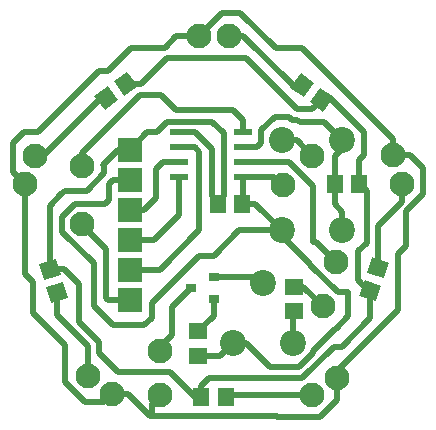
<source format=gbr>
G04 #@! TF.FileFunction,Copper,L2,Bot,Signal*
%FSLAX46Y46*%
G04 Gerber Fmt 4.6, Leading zero omitted, Abs format (unit mm)*
G04 Created by KiCad (PCBNEW 4.0.7) date Friday, July 23, 2021 'PMt' 11:18:56 PM*
%MOMM*%
%LPD*%
G01*
G04 APERTURE LIST*
%ADD10C,0.100000*%
%ADD11C,2.100000*%
%ADD12R,2.100000X2.100000*%
%ADD13R,0.900000X0.800000*%
%ADD14R,1.400000X1.500000*%
%ADD15R,1.500000X1.400000*%
%ADD16C,2.200000*%
%ADD17R,1.550000X0.600000*%
%ADD18C,0.500000*%
%ADD19C,1.000000*%
G04 APERTURE END LIST*
D10*
D11*
X30777452Y-54296487D03*
X28722548Y-52803513D03*
X54507548Y-34092158D03*
X55292452Y-36507842D03*
X49777452Y-52953513D03*
X47722548Y-54446487D03*
X23407548Y-36557842D03*
X24192452Y-34142158D03*
X38130000Y-24000000D03*
X40670000Y-24000000D03*
D12*
X32250000Y-43810000D03*
X32250000Y-36190000D03*
X32250000Y-38730000D03*
X32250000Y-33650000D03*
X32250000Y-41270000D03*
X32250000Y-46350000D03*
D13*
X39400000Y-44400000D03*
X39400000Y-46300000D03*
X37400000Y-45350000D03*
D14*
X51675000Y-36500000D03*
X49625000Y-36500000D03*
D15*
X46150000Y-47275000D03*
X46150000Y-45225000D03*
D10*
G36*
X26412862Y-44209144D02*
X24986278Y-44672669D01*
X24553654Y-43341190D01*
X25980238Y-42877665D01*
X26412862Y-44209144D01*
X26412862Y-44209144D01*
G37*
G36*
X27046346Y-46158810D02*
X25619762Y-46622335D01*
X25187138Y-45290856D01*
X26613722Y-44827331D01*
X27046346Y-46158810D01*
X27046346Y-46158810D01*
G37*
G36*
X52136278Y-44677331D02*
X53562862Y-45140856D01*
X53130238Y-46472335D01*
X51703654Y-46008810D01*
X52136278Y-44677331D01*
X52136278Y-44677331D01*
G37*
G36*
X52769762Y-42727665D02*
X54196346Y-43191190D01*
X53763722Y-44522669D01*
X52337138Y-44059144D01*
X52769762Y-42727665D01*
X52769762Y-42727665D01*
G37*
D14*
X38325000Y-54600000D03*
X40375000Y-54600000D03*
D15*
X38050000Y-49025000D03*
X38050000Y-51075000D03*
D10*
G36*
X31803769Y-29065732D02*
X30922091Y-27852207D01*
X32054715Y-27029308D01*
X32936393Y-28242833D01*
X31803769Y-29065732D01*
X31803769Y-29065732D01*
G37*
G36*
X30145285Y-30270692D02*
X29263607Y-29057167D01*
X30396231Y-28234268D01*
X31277909Y-29447793D01*
X30145285Y-30270692D01*
X30145285Y-30270692D01*
G37*
G36*
X47522091Y-29597793D02*
X48403769Y-28384268D01*
X49536393Y-29207167D01*
X48654715Y-30420692D01*
X47522091Y-29597793D01*
X47522091Y-29597793D01*
G37*
G36*
X45863607Y-28392833D02*
X46745285Y-27179308D01*
X47877909Y-28002207D01*
X46996231Y-29215732D01*
X45863607Y-28392833D01*
X45863607Y-28392833D01*
G37*
D16*
X46090000Y-50000000D03*
X41010000Y-50000000D03*
X43550000Y-44920000D03*
X50240000Y-40460000D03*
X45160000Y-40460000D03*
X45160000Y-32840000D03*
X50240000Y-32840000D03*
D17*
X41850000Y-32145000D03*
X41850000Y-33415000D03*
X41850000Y-34685000D03*
X41850000Y-35955000D03*
X36450000Y-35955000D03*
X36450000Y-34685000D03*
X36450000Y-33415000D03*
X36450000Y-32145000D03*
D14*
X39725000Y-38200000D03*
X41775000Y-38200000D03*
D11*
X34800000Y-50650000D03*
X34850000Y-54400000D03*
X45200000Y-36650000D03*
X47700000Y-34150000D03*
X28200000Y-35050000D03*
X28200000Y-39900000D03*
X49750000Y-43150000D03*
X48600000Y-46900000D03*
D18*
X34800000Y-50650000D02*
X34800000Y-50300000D01*
X35800000Y-46950000D02*
X37400000Y-45350000D01*
X35800000Y-49300000D02*
X35800000Y-46950000D01*
X34800000Y-50300000D02*
X35800000Y-49300000D01*
X37400000Y-45350000D02*
X37400000Y-45400000D01*
X34100000Y-56200000D02*
X34100000Y-55150000D01*
X34100000Y-55150000D02*
X34850000Y-54400000D01*
X54507548Y-34092158D02*
X54507548Y-32757548D01*
X40080000Y-22050000D02*
X38130000Y-24000000D01*
X41600000Y-22050000D02*
X40080000Y-22050000D01*
X44600000Y-25050000D02*
X41600000Y-22050000D01*
X46800000Y-25050000D02*
X44600000Y-25050000D01*
X54507548Y-32757548D02*
X46800000Y-25050000D01*
X49777452Y-52953513D02*
X49777452Y-52372548D01*
X49777452Y-52372548D02*
X54950000Y-47200000D01*
X55992158Y-34092158D02*
X54507548Y-34092158D01*
X57100000Y-35200000D02*
X55992158Y-34092158D01*
X57100000Y-37400000D02*
X57100000Y-35200000D01*
X55650000Y-38850000D02*
X57100000Y-37400000D01*
X55650000Y-41800000D02*
X55650000Y-38850000D01*
X54950000Y-42500000D02*
X55650000Y-41800000D01*
X54950000Y-47200000D02*
X54950000Y-42500000D01*
X30777452Y-54296487D02*
X32096487Y-54296487D01*
X49777452Y-54822548D02*
X49777452Y-52953513D01*
X48350000Y-56250000D02*
X49777452Y-54822548D01*
X44750000Y-56250000D02*
X48350000Y-56250000D01*
X44700000Y-56200000D02*
X44750000Y-56250000D01*
X34000000Y-56200000D02*
X34100000Y-56200000D01*
X34100000Y-56200000D02*
X44700000Y-56200000D01*
X32096487Y-54296487D02*
X34000000Y-56200000D01*
X23407548Y-36557842D02*
X23407548Y-44157548D01*
X28450000Y-55000000D02*
X30073939Y-55000000D01*
X26750000Y-53300000D02*
X28450000Y-55000000D01*
X26750000Y-50150000D02*
X26750000Y-53300000D01*
X24100000Y-47500000D02*
X26750000Y-50150000D01*
X24100000Y-44850000D02*
X24100000Y-47500000D01*
X23407548Y-44157548D02*
X24100000Y-44850000D01*
X30073939Y-55000000D02*
X30777452Y-54296487D01*
X38130000Y-24000000D02*
X36200000Y-24000000D01*
X36200000Y-24000000D02*
X35200000Y-25000000D01*
X35200000Y-25000000D02*
X32400000Y-25000000D01*
X32400000Y-25000000D02*
X30400000Y-27000000D01*
X30400000Y-27000000D02*
X29650000Y-27000000D01*
X29650000Y-27000000D02*
X24500000Y-32150000D01*
X24500000Y-32150000D02*
X23300000Y-32150000D01*
X23300000Y-32150000D02*
X22400000Y-33050000D01*
X22400000Y-33050000D02*
X22400000Y-35550294D01*
X22400000Y-35550294D02*
X23407548Y-36557842D01*
D19*
X49777452Y-52953513D02*
X49777452Y-53127452D01*
X49777452Y-52953513D02*
X49777452Y-52872548D01*
D18*
X28722548Y-52803513D02*
X28722548Y-50222548D01*
X26116742Y-47616742D02*
X26116742Y-45724833D01*
X28722548Y-50222548D02*
X26116742Y-47616742D01*
X55292452Y-36507842D02*
X55292452Y-38057548D01*
X53266742Y-40083258D02*
X53266742Y-43625167D01*
X55292452Y-38057548D02*
X53266742Y-40083258D01*
X47722548Y-54446487D02*
X40528513Y-54446487D01*
X40528513Y-54446487D02*
X40375000Y-54600000D01*
X24192452Y-34142158D02*
X24907842Y-34142158D01*
X24907842Y-34142158D02*
X29797520Y-29252480D01*
X29797520Y-29252480D02*
X30270758Y-29252480D01*
X40670000Y-24000000D02*
X41850000Y-24000000D01*
X41850000Y-24000000D02*
X46047520Y-28197520D01*
X46047520Y-28197520D02*
X46870758Y-28197520D01*
X36450000Y-33415000D02*
X37765000Y-33415000D01*
X34790000Y-43810000D02*
X32250000Y-43810000D01*
X38150000Y-40450000D02*
X34790000Y-43810000D01*
X38150000Y-33800000D02*
X38150000Y-40450000D01*
X37765000Y-33415000D02*
X38150000Y-33800000D01*
X45160000Y-32840000D02*
X46390000Y-32840000D01*
X44505000Y-35955000D02*
X41850000Y-35955000D01*
X45200000Y-36650000D02*
X44505000Y-35955000D01*
X46390000Y-32840000D02*
X47700000Y-34150000D01*
X47525000Y-43375000D02*
X47525000Y-43325000D01*
X47525000Y-43325000D02*
X45160000Y-40960000D01*
X45160000Y-40960000D02*
X45160000Y-40460000D01*
X47750000Y-50650000D02*
X49600000Y-48800000D01*
X49600000Y-48800000D02*
X49700000Y-48800000D01*
X49700000Y-48800000D02*
X50750000Y-47750000D01*
X50750000Y-47750000D02*
X50750000Y-46650000D01*
X44150000Y-52050000D02*
X42100000Y-50000000D01*
X46550000Y-52050000D02*
X47750000Y-50850000D01*
X44150000Y-52050000D02*
X46550000Y-52050000D01*
X47750000Y-50850000D02*
X47750000Y-50650000D01*
X50750000Y-46650000D02*
X50750000Y-45700000D01*
X49850000Y-45700000D02*
X50750000Y-45700000D01*
X47500000Y-43350000D02*
X47525000Y-43375000D01*
X47525000Y-43375000D02*
X49850000Y-45700000D01*
X32250000Y-36190000D02*
X30860000Y-36190000D01*
X41490000Y-40460000D02*
X39350000Y-42600000D01*
X39350000Y-42600000D02*
X38100000Y-42600000D01*
X38100000Y-42600000D02*
X34099998Y-46600002D01*
X34099998Y-46600002D02*
X34099998Y-47900002D01*
X34099998Y-47900002D02*
X33500000Y-48500000D01*
X33500000Y-48500000D02*
X30850000Y-48500000D01*
X30850000Y-48500000D02*
X29200000Y-46850000D01*
X41490000Y-40460000D02*
X45160000Y-40460000D01*
X29200000Y-43250000D02*
X29200000Y-46850000D01*
X26550000Y-40600000D02*
X29200000Y-43250000D01*
X26550000Y-39300000D02*
X26550000Y-40600000D01*
X27650000Y-38200000D02*
X26550000Y-39300000D01*
X30200000Y-38200000D02*
X27650000Y-38200000D01*
X30500000Y-37900000D02*
X30200000Y-38200000D01*
X30500000Y-36550000D02*
X30500000Y-37900000D01*
X30860000Y-36190000D02*
X30500000Y-36550000D01*
X41010000Y-50000000D02*
X42100000Y-50000000D01*
X38050000Y-51075000D02*
X39935000Y-51075000D01*
X39935000Y-51075000D02*
X41010000Y-50000000D01*
X41775000Y-38200000D02*
X42900000Y-38200000D01*
X42900000Y-38200000D02*
X45160000Y-40460000D01*
X41850000Y-35955000D02*
X41850000Y-38125000D01*
X41850000Y-38125000D02*
X41775000Y-38200000D01*
X32250000Y-38730000D02*
X33470000Y-38730000D01*
X35065000Y-34685000D02*
X36450000Y-34685000D01*
X34450000Y-35300000D02*
X35065000Y-34685000D01*
X34450000Y-37750000D02*
X34450000Y-35300000D01*
X33470000Y-38730000D02*
X34450000Y-37750000D01*
X26450000Y-37400000D02*
X26750000Y-37100000D01*
X25483258Y-43775167D02*
X25483258Y-38366742D01*
X26450000Y-37400000D02*
X25483258Y-38366742D01*
X30100000Y-35650000D02*
X30100000Y-34850000D01*
X28650000Y-37100000D02*
X30100000Y-35650000D01*
X26750000Y-37100000D02*
X28650000Y-37100000D01*
X32250000Y-33650000D02*
X31300000Y-33650000D01*
X31300000Y-33650000D02*
X30100000Y-34850000D01*
X30100000Y-34850000D02*
X30000000Y-34950000D01*
X33750000Y-32150000D02*
X34550000Y-32150000D01*
X40200000Y-32200000D02*
X40200000Y-37550000D01*
X39250000Y-31250000D02*
X40200000Y-32200000D01*
X35450000Y-31250000D02*
X39250000Y-31250000D01*
X34550000Y-32150000D02*
X35450000Y-31250000D01*
X40200000Y-37550000D02*
X39725000Y-38200000D01*
X31929242Y-28047520D02*
X32447520Y-28047520D01*
X33755000Y-32145000D02*
X33750000Y-32150000D01*
X33750000Y-32150000D02*
X32250000Y-33650000D01*
X39725000Y-38200000D02*
X39725000Y-38025000D01*
X39725000Y-38025000D02*
X39250000Y-37550000D01*
X39250000Y-37550000D02*
X39250000Y-33600000D01*
X39250000Y-33600000D02*
X37795000Y-32145000D01*
X37795000Y-32145000D02*
X36450000Y-32145000D01*
X39725000Y-38025000D02*
X40200000Y-37550000D01*
X32250000Y-33650000D02*
X32950000Y-33650000D01*
X51675000Y-36500000D02*
X51675000Y-34525000D01*
X51675000Y-34525000D02*
X52100000Y-34100000D01*
X52300000Y-38500000D02*
X52300000Y-37125000D01*
X52300000Y-37125000D02*
X51675000Y-36500000D01*
X31700000Y-52450000D02*
X35650000Y-52450000D01*
X26725167Y-43775167D02*
X27950000Y-45000000D01*
X27950000Y-45000000D02*
X27950000Y-48250000D01*
X27950000Y-48250000D02*
X29650000Y-49950000D01*
X29650000Y-49950000D02*
X29650000Y-50850000D01*
X29650000Y-50850000D02*
X31250000Y-52450000D01*
X31250000Y-52450000D02*
X31700000Y-52450000D01*
X25483258Y-43775167D02*
X26725167Y-43775167D01*
X35650000Y-52450000D02*
X37800000Y-54600000D01*
X37800000Y-54600000D02*
X38325000Y-54600000D01*
X48529242Y-29402480D02*
X48497520Y-29402480D01*
X48497520Y-29402480D02*
X47700000Y-30200000D01*
X33202480Y-28047520D02*
X31929242Y-28047520D01*
X35400000Y-25850000D02*
X33202480Y-28047520D01*
X42100000Y-25850000D02*
X35400000Y-25850000D01*
X46450000Y-30200000D02*
X44050000Y-27800000D01*
X44050000Y-27800000D02*
X42100000Y-25850000D01*
X47700000Y-30200000D02*
X46450000Y-30200000D01*
X38325000Y-54600000D02*
X38325000Y-53675000D01*
X38325000Y-53675000D02*
X39000000Y-53000000D01*
X39000000Y-53000000D02*
X46850000Y-53000000D01*
X46850000Y-53000000D02*
X49550000Y-50300000D01*
X49550000Y-50300000D02*
X50200000Y-50300000D01*
X50200000Y-50300000D02*
X52633258Y-47866742D01*
X52633258Y-47866742D02*
X52633258Y-45574833D01*
X52633258Y-45574833D02*
X52424833Y-45574833D01*
X52424833Y-45574833D02*
X51550000Y-44700000D01*
X51550000Y-44700000D02*
X51550000Y-42250000D01*
X51550000Y-42250000D02*
X52300000Y-41500000D01*
X52300000Y-41500000D02*
X52300000Y-38500000D01*
X52300000Y-38500000D02*
X52300000Y-38350000D01*
X52100000Y-34100000D02*
X52100000Y-32150000D01*
X52100000Y-32150000D02*
X49352480Y-29402480D01*
X49352480Y-29402480D02*
X48529242Y-29402480D01*
X36450000Y-35955000D02*
X36450000Y-39150000D01*
X34330000Y-41270000D02*
X32250000Y-41270000D01*
X36450000Y-39150000D02*
X34330000Y-41270000D01*
X28200000Y-39900000D02*
X28200000Y-40000000D01*
X33125000Y-29025000D02*
X28200000Y-33950000D01*
X28200000Y-33950000D02*
X28200000Y-35050000D01*
X34925000Y-29025000D02*
X33125000Y-29025000D01*
X30450000Y-46350000D02*
X32250000Y-46350000D01*
X30250000Y-46150000D02*
X30450000Y-46350000D01*
X30250000Y-42050000D02*
X30250000Y-46150000D01*
X28200000Y-40000000D02*
X30250000Y-42050000D01*
X41850000Y-32145000D02*
X41850000Y-31150000D01*
X36200000Y-30300000D02*
X34925000Y-29025000D01*
X34925000Y-29025000D02*
X34900000Y-29000000D01*
X41000000Y-30300000D02*
X36200000Y-30300000D01*
X41850000Y-31150000D02*
X41000000Y-30300000D01*
X39400000Y-44400000D02*
X43030000Y-44400000D01*
X43030000Y-44400000D02*
X43550000Y-44920000D01*
X39400000Y-46300000D02*
X39400000Y-47675000D01*
X39400000Y-47675000D02*
X38050000Y-49025000D01*
X41850000Y-33415000D02*
X43035000Y-33415000D01*
X48700000Y-31300000D02*
X46650000Y-31300000D01*
X46650000Y-31300000D02*
X46450000Y-31100000D01*
X46450000Y-31100000D02*
X45950000Y-31100000D01*
X45950000Y-31100000D02*
X45700000Y-30850000D01*
X45700000Y-30850000D02*
X44550000Y-30850000D01*
X44550000Y-30850000D02*
X43400000Y-32000000D01*
X43400000Y-32000000D02*
X43400000Y-33050000D01*
X43400000Y-33050000D02*
X43035000Y-33415000D01*
X48700000Y-31300000D02*
X50240000Y-32840000D01*
X50240000Y-40460000D02*
X50240000Y-38890000D01*
X49625000Y-38275000D02*
X49625000Y-36500000D01*
X50240000Y-38890000D02*
X49625000Y-38275000D01*
X50240000Y-32840000D02*
X50240000Y-33560000D01*
X50240000Y-33560000D02*
X49625000Y-34175000D01*
X49625000Y-34175000D02*
X49625000Y-36500000D01*
X49625000Y-40245000D02*
X49640000Y-40260000D01*
X49625000Y-32655000D02*
X49640000Y-32640000D01*
X46090000Y-50000000D02*
X46090000Y-47335000D01*
X46090000Y-47335000D02*
X46150000Y-47275000D01*
X43785000Y-34685000D02*
X45735000Y-34685000D01*
X48050000Y-41450000D02*
X49750000Y-43150000D01*
X48600000Y-46900000D02*
X46925000Y-45225000D01*
X46150000Y-45225000D02*
X46925000Y-45225000D01*
X43785000Y-34685000D02*
X41850000Y-34685000D01*
X47800000Y-38700000D02*
X47800000Y-41450000D01*
X47800000Y-41450000D02*
X48050000Y-41450000D01*
X47800000Y-36750000D02*
X47800000Y-38700000D01*
X45735000Y-34685000D02*
X47800000Y-36750000D01*
M02*

</source>
